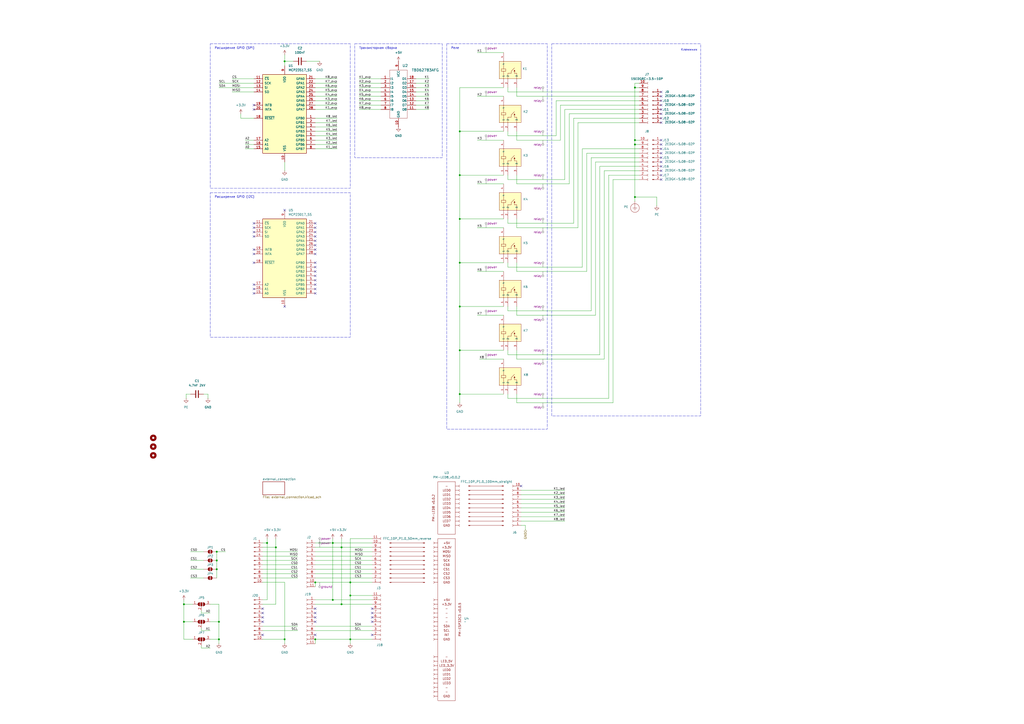
<source format=kicad_sch>
(kicad_sch (version 20250114) (generator "eeschema") (generator_version "9.0")
  (paper "A2")
  (title_block (title "${article} v${version}") (date "2024-05-29") (comment 2 "Konstantin"))
  (rectangle (start 121.92 25.4) (end 203.2 109.22) (stroke (width 0) (type dash)))
  (rectangle (start 121.92 111.76) (end 203.2 195.58) (stroke (width 0) (type dash)))
  (rectangle (start 259.08 25.4) (end 317.5 248.92) (stroke (width 0) (type dash)))
  (rectangle (start 406.4 25.4) (end 320.04 241.3) (stroke (width 0) (type dash)))
  (rectangle (start 205.74 25.4) (end 256.54 91.44) (stroke (width 0) (type dash)))
  (text "Расширение GPIO (SPI)" (at 124.46 27.94 0) (effects (font (size 1.27 1.27)) (justify left)))
  (text "Транзисторная сборка" (at 208.28 27.94 0) (effects (font (size 1.27 1.27)) (justify left)))
  (text "Реле" (at 261.62 27.94 0) (effects (font (size 1.27 1.27)) (justify left)))
  (text "Расширение GPIO (I2C)" (at 124.46 114.3 0) (effects (font (size 1.27 1.27)) (justify left)))
  (text "Клеммник" (at 399.796 28.956 0) (effects (font (size 1.27 1.27))))
  (junction (at 165.1 370.84))
  (junction (at 368.3 83.82))
  (junction (at 266.7 228.6))
  (junction (at 266.7 127))
  (junction (at 182.88 337.82))
  (junction (at 106.68 360.68))
  (junction (at 203.2 370.84))
  (junction (at 165.1 35.56))
  (junction (at 106.68 350.52))
  (junction (at 154.94 314.96))
  (junction (at 127 360.68))
  (junction (at 266.7 203.2))
  (junction (at 198.12 350.52))
  (junction (at 182.88 370.84))
  (junction (at 266.7 152.4))
  (junction (at 127 370.84))
  (junction (at 160.02 317.5))
  (junction (at 125.73 330.2))
  (junction (at 193.04 347.98))
  (junction (at 125.73 320.04))
  (junction (at 193.04 314.96))
  (junction (at 125.73 325.12))
  (junction (at 368.3 50.8))
  (junction (at 203.2 337.82))
  (junction (at 203.2 345.44))
  (junction (at 266.7 177.8))
  (junction (at 198.12 317.5))
  (junction (at 266.7 101.6))
  (junction (at 368.3 81.28))
  (junction (at 368.3 114.3))
  (junction (at 266.7 76.2))
  (no_connect (at 182.88 132.08))
  (no_connect (at 383.54 81.28))
  (no_connect (at 383.54 101.6))
  (no_connect (at 182.88 134.62))
  (no_connect (at 147.32 170.18))
  (no_connect (at 383.54 91.44))
  (no_connect (at 182.88 139.7))
  (no_connect (at 147.32 60.96))
  (no_connect (at 147.32 63.5))
  (no_connect (at 182.88 137.16))
  (no_connect (at 182.88 154.94))
  (no_connect (at 383.54 66.04))
  (no_connect (at 147.32 134.62))
  (no_connect (at 165.1 121.92))
  (no_connect (at 147.32 137.16))
  (no_connect (at 215.9 368.3))
  (no_connect (at 383.54 93.98))
  (no_connect (at 215.9 358.14))
  (no_connect (at 152.4 353.06))
  (no_connect (at 147.32 167.64))
  (no_connect (at 152.4 368.3))
  (no_connect (at 152.4 358.14))
  (no_connect (at 147.32 147.32))
  (no_connect (at 215.9 360.68))
  (no_connect (at 152.4 355.6))
  (no_connect (at 182.88 160.02))
  (no_connect (at 182.88 170.18))
  (no_connect (at 182.88 152.4))
  (no_connect (at 152.4 360.68))
  (no_connect (at 383.54 104.14))
  (no_connect (at 182.88 355.6))
  (no_connect (at 147.32 152.4))
  (no_connect (at 182.88 358.14))
  (no_connect (at 182.88 129.54))
  (no_connect (at 302.26 281.94))
  (no_connect (at 383.54 63.5))
  (no_connect (at 383.54 86.36))
  (no_connect (at 383.54 99.06))
  (no_connect (at 215.9 355.6))
  (no_connect (at 383.54 88.9))
  (no_connect (at 383.54 60.96))
  (no_connect (at 182.88 162.56))
  (no_connect (at 383.54 71.12))
  (no_connect (at 182.88 147.32))
  (no_connect (at 182.88 360.68))
  (no_connect (at 383.54 55.88))
  (no_connect (at 182.88 368.3))
  (no_connect (at 182.88 144.78))
  (no_connect (at 182.88 142.24))
  (no_connect (at 182.88 167.64))
  (no_connect (at 147.32 129.54))
  (no_connect (at 182.88 353.06))
  (no_connect (at 165.1 177.8))
  (no_connect (at 147.32 144.78))
  (no_connect (at 182.88 157.48))
  (no_connect (at 215.9 353.06))
  (no_connect (at 383.54 58.42))
  (no_connect (at 182.88 165.1))
  (no_connect (at 147.32 132.08))
  (no_connect (at 383.54 83.82))
  (no_connect (at 147.32 165.1))
  (no_connect (at 383.54 96.52))
  (no_connect (at 383.54 53.34))
  (no_connect (at 383.54 68.58))
  (wire (pts (xy 198.12 317.5) (xy 198.12 350.52)))
  (wire (pts (xy 208.28 60.96) (xy 220.98 60.96)))
  (wire (pts (xy 294.64 104.14) (xy 327.66 104.14)))
  (wire (pts (xy 152.4 325.12) (xy 172.72 325.12)))
  (wire (pts (xy 292.1 228.6) (xy 266.7 228.6)))
  (wire (pts (xy 111.76 370.84) (xy 106.68 370.84)))
  (wire (pts (xy 203.2 345.44) (xy 203.2 370.84)))
  (wire (pts (xy 208.28 50.8) (xy 220.98 50.8)))
  (wire (pts (xy 195.58 63.5) (xy 182.88 63.5)))
  (wire (pts (xy 116.84 365.76) (xy 116.84 364.49)))
  (wire (pts (xy 195.58 53.34) (xy 182.88 53.34)))
  (wire (pts (xy 152.4 335.28) (xy 172.72 335.28)))
  (wire (pts (xy 248.92 58.42) (xy 241.3 58.42)))
  (wire (pts (xy 294.64 129.54) (xy 294.64 127)))
  (wire (pts (xy 208.28 48.26) (xy 220.98 48.26)))
  (wire (pts (xy 182.88 325.12) (xy 215.9 325.12)))
  (wire (pts (xy 350.52 99.06) (xy 370.84 99.06)))
  (wire (pts (xy 330.2 106.68) (xy 299.72 106.68)))
  (wire (pts (xy 208.28 55.88) (xy 220.98 55.88)))
  (wire (pts (xy 381 114.3) (xy 368.3 114.3)))
  (wire (pts (xy 302.26 299.72) (xy 327.66 299.72)))
  (wire (pts (xy 121.92 375.92) (xy 116.84 375.92)))
  (wire (pts (xy 381 119.38) (xy 381 114.3)))
  (wire (pts (xy 120.65 231.14) (xy 120.65 228.6)))
  (wire (pts (xy 370.84 63.5) (xy 327.66 63.5)))
  (wire (pts (xy 195.58 48.26) (xy 182.88 48.26)))
  (wire (pts (xy 292.1 81.28) (xy 276.86 81.28)))
  (wire (pts (xy 294.64 53.34) (xy 370.84 53.34)))
  (wire (pts (xy 327.66 104.14) (xy 327.66 63.5)))
  (wire (pts (xy 106.68 347.98) (xy 106.68 350.52)))
  (wire (pts (xy 134.62 45.72) (xy 147.32 45.72)))
  (wire (pts (xy 302.26 289.56) (xy 327.66 289.56)))
  (wire (pts (xy 165.1 35.56) (xy 170.18 35.56)))
  (wire (pts (xy 121.92 355.6) (xy 116.84 355.6)))
  (wire (pts (xy 266.7 76.2) (xy 266.7 101.6)))
  (wire (pts (xy 340.36 157.48) (xy 299.72 157.48)))
  (wire (pts (xy 195.58 68.58) (xy 182.88 68.58)))
  (wire (pts (xy 294.64 205.74) (xy 294.64 203.2)))
  (wire (pts (xy 152.4 350.52) (xy 160.02 350.52)))
  (wire (pts (xy 302.26 302.26) (xy 327.66 302.26)))
  (wire (pts (xy 266.7 127) (xy 266.7 152.4)))
  (wire (pts (xy 368.3 83.82) (xy 370.84 83.82)))
  (wire (pts (xy 142.24 81.28) (xy 147.32 81.28)))
  (wire (pts (xy 370.84 48.26) (xy 368.3 48.26)))
  (wire (pts (xy 342.9 91.44) (xy 370.84 91.44)))
  (wire (pts (xy 110.49 325.12) (xy 118.11 325.12)))
  (wire (pts (xy 116.84 375.92) (xy 116.84 374.65)))
  (wire (pts (xy 127 48.26) (xy 147.32 48.26)))
  (wire (pts (xy 322.58 58.42) (xy 322.58 78.74)))
  (wire (pts (xy 154.94 312.42) (xy 154.94 314.96)))
  (wire (pts (xy 152.4 314.96) (xy 154.94 314.96)))
  (wire (pts (xy 177.8 35.56) (xy 185.42 35.56)))
  (wire (pts (xy 165.1 93.98) (xy 165.1 99.06)))
  (wire (pts (xy 182.88 317.5) (xy 198.12 317.5)))
  (wire (pts (xy 292.1 30.48) (xy 276.86 30.48)))
  (wire (pts (xy 335.28 132.08) (xy 299.72 132.08)))
  (wire (pts (xy 335.28 71.12) (xy 335.28 132.08)))
  (wire (pts (xy 294.64 231.14) (xy 353.06 231.14)))
  (wire (pts (xy 302.26 297.18) (xy 327.66 297.18)))
  (wire (pts (xy 294.64 180.34) (xy 342.9 180.34)))
  (wire (pts (xy 248.92 60.96) (xy 241.3 60.96)))
  (wire (pts (xy 368.3 50.8) (xy 368.3 81.28)))
  (wire (pts (xy 121.92 350.52) (xy 127 350.52)))
  (wire (pts (xy 152.4 370.84) (xy 165.1 370.84)))
  (wire (pts (xy 110.49 228.6) (xy 107.95 228.6)))
  (wire (pts (xy 203.2 312.42) (xy 203.2 337.82)))
  (wire (pts (xy 121.92 360.68) (xy 127 360.68)))
  (wire (pts (xy 106.68 350.52) (xy 111.76 350.52)))
  (wire (pts (xy 160.02 312.42) (xy 160.02 317.5)))
  (wire (pts (xy 182.88 363.22) (xy 215.9 363.22)))
  (wire (pts (xy 368.3 81.28) (xy 368.3 83.82)))
  (wire (pts (xy 165.1 337.82) (xy 165.1 370.84)))
  (wire (pts (xy 355.6 233.68) (xy 355.6 104.14)))
  (wire (pts (xy 266.7 177.8) (xy 266.7 203.2)))
  (wire (pts (xy 266.7 228.6) (xy 266.7 233.68)))
  (wire (pts (xy 266.7 101.6) (xy 292.1 101.6)))
  (wire (pts (xy 139.7 66.04) (xy 139.7 68.58)))
  (wire (pts (xy 294.64 101.6) (xy 294.64 104.14)))
  (wire (pts (xy 127 360.68) (xy 127 370.84)))
  (wire (pts (xy 182.88 365.76) (xy 215.9 365.76)))
  (wire (pts (xy 266.7 101.6) (xy 266.7 127)))
  (wire (pts (xy 182.88 335.28) (xy 215.9 335.28)))
  (wire (pts (xy 345.44 182.88) (xy 299.72 182.88)))
  (wire (pts (xy 127 50.8) (xy 147.32 50.8)))
  (wire (pts (xy 368.3 83.82) (xy 368.3 114.3)))
  (wire (pts (xy 299.72 208.28) (xy 299.72 203.2)))
  (wire (pts (xy 195.58 50.8) (xy 182.88 50.8)))
  (wire (pts (xy 292.1 106.68) (xy 276.86 106.68)))
  (wire (pts (xy 347.98 96.52) (xy 347.98 205.74)))
  (wire (pts (xy 195.58 45.72) (xy 182.88 45.72)))
  (wire (pts (xy 152.4 320.04) (xy 172.72 320.04)))
  (wire (pts (xy 195.58 71.12) (xy 182.88 71.12)))
  (wire (pts (xy 195.58 60.96) (xy 182.88 60.96)))
  (wire (pts (xy 292.1 208.28) (xy 278.13 208.28)))
  (wire (pts (xy 195.58 81.28) (xy 182.88 81.28)))
  (wire (pts (xy 266.7 152.4) (xy 292.1 152.4)))
  (wire (pts (xy 154.94 314.96) (xy 154.94 347.98)))
  (wire (pts (xy 299.72 157.48) (xy 299.72 152.4)))
  (wire (pts (xy 195.58 83.82) (xy 182.88 83.82)))
  (wire (pts (xy 325.12 60.96) (xy 325.12 81.28)))
  (wire (pts (xy 370.84 68.58) (xy 332.74 68.58)))
  (wire (pts (xy 152.4 317.5) (xy 160.02 317.5)))
  (wire (pts (xy 294.64 180.34) (xy 294.64 177.8)))
  (wire (pts (xy 353.06 231.14) (xy 353.06 101.6)))
  (wire (pts (xy 304.8 307.34) (xy 304.8 304.8)))
  (wire (pts (xy 139.7 68.58) (xy 147.32 68.58)))
  (wire (pts (xy 193.04 312.42) (xy 193.04 314.96)))
  (wire (pts (xy 355.6 233.68) (xy 299.72 233.68)))
  (wire (pts (xy 294.64 154.94) (xy 337.82 154.94)))
  (wire (pts (xy 248.92 63.5) (xy 241.3 63.5)))
  (wire (pts (xy 370.84 50.8) (xy 368.3 50.8)))
  (wire (pts (xy 182.88 327.66) (xy 215.9 327.66)))
  (wire (pts (xy 111.76 360.68) (xy 106.68 360.68)))
  (wire (pts (xy 332.74 129.54) (xy 332.74 68.58)))
  (wire (pts (xy 152.4 363.22) (xy 172.72 363.22)))
  (wire (pts (xy 142.24 83.82) (xy 147.32 83.82)))
  (wire (pts (xy 116.84 355.6) (xy 116.84 354.33)))
  (wire (pts (xy 299.72 55.88) (xy 299.72 50.8)))
  (wire (pts (xy 208.28 45.72) (xy 220.98 45.72)))
  (wire (pts (xy 208.28 58.42) (xy 220.98 58.42)))
  (wire (pts (xy 107.95 228.6) (xy 107.95 231.14)))
  (wire (pts (xy 302.26 287.02) (xy 327.66 287.02)))
  (wire (pts (xy 345.44 93.98) (xy 370.84 93.98)))
  (wire (pts (xy 165.1 31.75) (xy 165.1 35.56)))
  (wire (pts (xy 152.4 330.2) (xy 172.72 330.2)))
  (wire (pts (xy 195.58 58.42) (xy 182.88 58.42)))
  (wire (pts (xy 347.98 96.52) (xy 370.84 96.52)))
  (wire (pts (xy 292.1 50.8) (xy 266.7 50.8)))
  (wire (pts (xy 208.28 53.34) (xy 220.98 53.34)))
  (wire (pts (xy 182.88 332.74) (xy 215.9 332.74)))
  (wire (pts (xy 152.4 322.58) (xy 172.72 322.58)))
  (wire (pts (xy 203.2 345.44) (xy 215.9 345.44)))
  (wire (pts (xy 193.04 314.96) (xy 215.9 314.96)))
  (wire (pts (xy 182.88 320.04) (xy 215.9 320.04)))
  (wire (pts (xy 368.3 114.3) (xy 368.3 116.84)))
  (wire (pts (xy 125.73 330.2) (xy 125.73 335.28)))
  (wire (pts (xy 182.88 370.84) (xy 182.88 373.38)))
  (wire (pts (xy 330.2 66.04) (xy 330.2 106.68)))
  (wire (pts (xy 340.36 88.9) (xy 370.84 88.9)))
  (wire (pts (xy 342.9 91.44) (xy 342.9 180.34)))
  (wire (pts (xy 134.62 53.34) (xy 147.32 53.34)))
  (wire (pts (xy 302.26 284.48) (xy 327.66 284.48)))
  (wire (pts (xy 106.68 370.84) (xy 106.68 360.68)))
  (wire (pts (xy 165.1 370.84) (xy 165.1 373.38)))
  (wire (pts (xy 195.58 76.2) (xy 182.88 76.2)))
  (wire (pts (xy 152.4 365.76) (xy 172.72 365.76)))
  (wire (pts (xy 182.88 330.2) (xy 215.9 330.2)))
  (wire (pts (xy 110.49 335.28) (xy 118.11 335.28)))
  (wire (pts (xy 299.72 55.88) (xy 370.84 55.88)))
  (wire (pts (xy 152.4 337.82) (xy 165.1 337.82)))
  (wire (pts (xy 266.7 152.4) (xy 266.7 177.8)))
  (wire (pts (xy 106.68 360.68) (xy 106.68 350.52)))
  (wire (pts (xy 120.65 228.6) (xy 118.11 228.6)))
  (wire (pts (xy 127 350.52) (xy 127 360.68)))
  (wire (pts (xy 325.12 81.28) (xy 299.72 81.28)))
  (wire (pts (xy 292.1 55.88) (xy 276.86 55.88)))
  (wire (pts (xy 248.92 53.34) (xy 241.3 53.34)))
  (wire (pts (xy 266.7 203.2) (xy 292.1 203.2)))
  (wire (pts (xy 152.4 327.66) (xy 172.72 327.66)))
  (wire (pts (xy 294.64 50.8) (xy 294.64 53.34)))
  (wire (pts (xy 370.84 60.96) (xy 325.12 60.96)))
  (wire (pts (xy 299.72 106.68) (xy 299.72 101.6)))
  (wire (pts (xy 208.28 63.5) (xy 220.98 63.5)))
  (wire (pts (xy 299.72 233.68) (xy 299.72 228.6)))
  (wire (pts (xy 125.73 320.04) (xy 130.81 320.04)))
  (wire (pts (xy 248.92 55.88) (xy 241.3 55.88)))
  (wire (pts (xy 182.88 314.96) (xy 193.04 314.96)))
  (wire (pts (xy 125.73 320.04) (xy 125.73 325.12)))
  (wire (pts (xy 198.12 312.42) (xy 198.12 317.5)))
  (wire (pts (xy 182.88 337.82) (xy 203.2 337.82)))
  (wire (pts (xy 302.26 294.64) (xy 327.66 294.64)))
  (wire (pts (xy 266.7 177.8) (xy 292.1 177.8)))
  (wire (pts (xy 337.82 154.94) (xy 337.82 86.36)))
  (wire (pts (xy 299.72 81.28) (xy 299.72 76.2)))
  (wire (pts (xy 340.36 88.9) (xy 340.36 157.48)))
  (wire (pts (xy 121.92 365.76) (xy 116.84 365.76)))
  (wire (pts (xy 337.82 86.36) (xy 370.84 86.36)))
  (wire (pts (xy 299.72 182.88) (xy 299.72 177.8)))
  (wire (pts (xy 195.58 73.66) (xy 182.88 73.66)))
  (wire (pts (xy 294.64 205.74) (xy 347.98 205.74)))
  (wire (pts (xy 195.58 78.74) (xy 182.88 78.74)))
  (wire (pts (xy 350.52 208.28) (xy 299.72 208.28)))
  (wire (pts (xy 152.4 332.74) (xy 172.72 332.74)))
  (wire (pts (xy 299.72 132.08) (xy 299.72 127)))
  (wire (pts (xy 292.1 157.48) (xy 276.86 157.48)))
  (wire (pts (xy 370.84 71.12) (xy 335.28 71.12)))
  (wire (pts (xy 182.88 350.52) (xy 198.12 350.52)))
  (wire (pts (xy 203.2 370.84) (xy 215.9 370.84)))
  (wire (pts (xy 370.84 101.6) (xy 353.06 101.6)))
  (wire (pts (xy 248.92 45.72) (xy 241.3 45.72)))
  (wire (pts (xy 193.04 314.96) (xy 193.04 347.98)))
  (wire (pts (xy 370.84 104.14) (xy 355.6 104.14)))
  (wire (pts (xy 266.7 50.8) (xy 266.7 76.2)))
  (wire (pts (xy 294.64 76.2) (xy 294.64 78.74)))
  (wire (pts (xy 294.64 78.74) (xy 322.58 78.74)))
  (wire (pts (xy 198.12 350.52) (xy 215.9 350.52)))
  (wire (pts (xy 248.92 48.26) (xy 241.3 48.26)))
  (wire (pts (xy 203.2 312.42) (xy 215.9 312.42)))
  (wire (pts (xy 182.88 347.98) (xy 193.04 347.98)))
  (wire (pts (xy 195.58 86.36) (xy 182.88 86.36)))
  (wire (pts (xy 292.1 76.2) (xy 266.7 76.2)))
  (wire (pts (xy 182.88 370.84) (xy 203.2 370.84)))
  (wire (pts (xy 294.64 129.54) (xy 332.74 129.54)))
  (wire (pts (xy 292.1 132.08) (xy 276.86 132.08)))
  (wire (pts (xy 370.84 81.28) (xy 368.3 81.28)))
  (wire (pts (xy 304.8 304.8) (xy 302.26 304.8)))
  (wire (pts (xy 142.24 86.36) (xy 147.32 86.36)))
  (wire (pts (xy 266.7 203.2) (xy 266.7 228.6)))
  (wire (pts (xy 203.2 373.38) (xy 203.2 370.84)))
  (wire (pts (xy 152.4 347.98) (xy 154.94 347.98)))
  (wire (pts (xy 195.58 55.88) (xy 182.88 55.88)))
  (wire (pts (xy 165.1 35.56) (xy 165.1 38.1)))
  (wire (pts (xy 350.52 208.28) (xy 350.52 99.06)))
  (wire (pts (xy 302.26 292.1) (xy 327.66 292.1)))
  (wire (pts (xy 203.2 337.82) (xy 203.2 345.44)))
  (wire (pts (xy 110.49 330.2) (xy 118.11 330.2)))
  (wire (pts (xy 125.73 325.12) (xy 125.73 330.2)))
  (wire (pts (xy 193.04 347.98) (xy 215.9 347.98)))
  (wire (pts (xy 160.02 317.5) (xy 160.02 350.52)))
  (wire (pts (xy 294.64 152.4) (xy 294.64 154.94)))
  (wire (pts (xy 182.88 337.82) (xy 182.88 340.36)))
  (wire (pts (xy 248.92 50.8) (xy 241.3 50.8)))
  (wire (pts (xy 370.84 66.04) (xy 330.2 66.04)))
  (wire (pts (xy 198.12 317.5) (xy 215.9 317.5)))
  (wire (pts (xy 292.1 182.88) (xy 276.86 182.88)))
  (wire (pts (xy 203.2 337.82) (xy 215.9 337.82)))
  (wire (pts (xy 322.58 58.42) (xy 370.84 58.42)))
  (wire (pts (xy 110.49 320.04) (xy 118.11 320.04)))
  (wire (pts (xy 345.44 182.88) (xy 345.44 93.98)))
  (wire (pts (xy 121.92 370.84) (xy 127 370.84)))
  (wire (pts (xy 182.88 322.58) (xy 215.9 322.58)))
  (wire (pts (xy 266.7 127) (xy 292.1 127)))
  (wire (pts (xy 294.64 231.14) (xy 294.64 228.6)))
  (wire (pts (xy 368.3 48.26) (xy 368.3 50.8)))
  (wire (pts (xy 127 370.84) (xy 127 373.38)))
  (label "K8_led" (at 195.58 68.58 180))
  (label "MISO" (at 172.72 322.58 180))
  (label "K4" (at 248.92 53.34 180))
  (label "CS1" (at 205.74 330.2 0))
  (label "CS2" (at 205.74 332.74 0))
  (label "K6_exp" (at 195.58 50.8 180))
  (label "CS3" (at 110.49 335.28 0))
  (label "MISO" (at 134.62 53.34 0))
  (label "SCK" (at 172.72 325.12 180))
  (label "K7_exp" (at 208.28 60.96 0))
  (label "K6_led" (at 327.66 297.18 180))
  (label "K5_exp" (at 195.58 53.34 180))
  (label "K2_exp" (at 208.28 48.26 0))
  (label "SCL" (at 127 48.26 0))
  (label "K5_exp" (at 208.28 55.88 0))
  (label "A1" (at 142.24 83.82 0))
  (label "K2_exp" (at 195.58 60.96 180))
  (label "MOSI" (at 172.72 320.04 180))
  (label "CS3" (at 205.74 335.28 0))
  (label "K2" (at 276.86 55.88 0))
  (label "A2" (at 121.92 375.92 180))
  (label "K1_exp" (at 208.28 45.72 0))
  (label "K3" (at 248.92 50.8 180))
  (label "K8_exp" (at 208.28 63.5 0))
  (label "K7_led" (at 327.66 299.72 180))
  (label "A0" (at 142.24 86.36 0))
  (label "K1_led" (at 195.58 86.36 180))
  (label "K4" (at 276.86 106.68 0))
  (label "K3" (at 276.86 81.28 0))
  (label "K8" (at 248.92 63.5 180))
  (label "K1_led" (at 327.66 284.48 180))
  (label "K1" (at 248.92 45.72 180))
  (label "CS0" (at 172.72 327.66 180))
  (label "K4_exp" (at 208.28 53.34 0))
  (label "K5_led" (at 195.58 76.2 180))
  (label "A1" (at 121.92 365.76 180))
  (label "K7" (at 248.92 60.96 180))
  (label "SCK" (at 205.74 325.12 0))
  (label "CS0" (at 110.49 320.04 0))
  (label "CS2" (at 172.72 332.74 180))
  (label "K2_led" (at 195.58 83.82 180))
  (label "K2" (at 248.92 48.26 180))
  (label "SDA" (at 172.72 363.22 180))
  (label "K3_exp" (at 208.28 50.8 0))
  (label "CS" (at 130.81 320.04 180))
  (label "SCL" (at 172.72 365.76 180))
  (label "K4_led" (at 327.66 292.1 180))
  (label "K7_exp" (at 195.58 48.26 180))
  (label "K2_led" (at 327.66 287.02 180))
  (label "MISO" (at 205.74 322.58 0))
  (label "SDA" (at 127 50.8 0))
  (label "K8" (at 278.13 208.28 0))
  (label "K8_led" (at 327.66 302.26 180))
  (label "CS1" (at 110.49 325.12 0))
  (label "K4_exp" (at 195.58 55.88 180))
  (label "CS3" (at 172.72 335.28 180))
  (label "K6_exp" (at 208.28 58.42 0))
  (label "K5_led" (at 327.66 294.64 180))
  (label "K3_exp" (at 195.58 58.42 180))
  (label "K1_exp" (at 195.58 63.5 180))
  (label "SCK" (at 134.62 48.26 0))
  (label "SCL" (at 205.74 365.76 0))
  (label "MOSI" (at 205.74 320.04 0))
  (label "CS2" (at 110.49 330.2 0))
  (label "K3_led" (at 195.58 81.28 180))
  (label "CS0" (at 205.74 327.66 0))
  (label "K6" (at 248.92 58.42 180))
  (label "K6" (at 276.86 157.48 0))
  (label "K1" (at 276.86 30.48 0))
  (label "CS1" (at 172.72 330.2 180))
  (label "A2" (at 142.24 81.28 0))
  (label "K3_led" (at 327.66 289.56 180))
  (label "K7_led" (at 195.58 71.12 180))
  (label "K6_led" (at 195.58 73.66 180))
  (label "K5" (at 276.86 132.08 0))
  (label "SDA" (at 205.74 363.22 0))
  (label "CS" (at 134.62 45.72 0))
  (label "K7" (at 276.86 182.88 0))
  (label "MOSI" (at 134.62 50.8 0))
  (label "A0" (at 121.92 355.6 180))
  (label "K5" (at 248.92 55.88 180))
  (label "K4_led" (at 195.58 78.74 180))
  (label "K8_exp" (at 195.58 45.72 180))
  (hierarchical_label "GND" (shape input) (at 304.8 307.34 270))
  (netclass_flag "" (length 2.54) (shape round) (at 281.94 55.88 0) (property "Netclass" "power" (at 282.6385 53.34 0) (effects (font (italic yes)) (justify left))))
  (netclass_flag "" (length 2.54) (shape round) (at 314.96 157.48 180) (property "Netclass" "relay" (at 314.2615 160.02 0) (effects (font (italic yes)) (justify right))))
  (netclass_flag "" (length 2.54) (shape round) (at 185.42 314.96 0) (property "Netclass" "power" (at 186.1185 312.42 0) (effects (font (italic yes)) (justify left))))
  (netclass_flag "" (length 2.54) (shape round) (at 185.42 317.5 0) (property "Netclass" "power" (at 186.1185 314.96 0) (effects (font (italic yes)) (justify left))))
  (netclass_flag "" (length 2.54) (shape round) (at 314.96 154.94 0) (property "Netclass" "relay" (at 314.2615 152.4 0) (effects (font (italic yes)) (justify right))))
  (netclass_flag "" (length 2.54) (shape round) (at 281.94 132.08 0) (property "Netclass" "power" (at 282.6385 129.54 0) (effects (font (italic yes)) (justify left))))
  (netclass_flag "" (length 2.54) (shape round) (at 281.94 157.48 0) (property "Netclass" "power" (at 282.6385 154.94 0) (effects (font (italic yes)) (justify left))))
  (netclass_flag "" (length 2.54) (shape round) (at 314.96 53.34 0) (property "Netclass" "relay" (at 314.2615 50.8 0) (effects (font (italic yes)) (justify right))))
  (netclass_flag "" (length 2.54) (shape round) (at 314.96 55.88 180) (property "Netclass" "relay" (at 314.2615 58.42 0) (effects (font (italic yes)) (justify right))))
  (netclass_flag "" (length 2.54) (shape round) (at 185.42 337.82 180) (property "Netclass" "ground" (at 186.1185 340.36 0) (effects (font (italic yes)) (justify left))))
  (netclass_flag "" (length 2.54) (shape round) (at 281.94 30.48 0) (property "Netclass" "power" (at 282.6385 27.94 0) (effects (font (italic yes)) (justify left))))
  (netclass_flag "" (length 2.54) (shape round) (at 314.96 205.74 0) (property "Netclass" "relay" (at 314.2615 203.2 0) (effects (font (italic yes)) (justify right))))
  (netclass_flag "" (length 2.54) (shape round) (at 314.96 180.34 0) (property "Netclass" "relay" (at 314.2615 177.8 0) (effects (font (italic yes)) (justify right))))
  (netclass_flag "" (length 2.54) (shape round) (at 314.96 208.28 180) (property "Netclass" "relay" (at 314.2615 210.82 0) (effects (font (italic yes)) (justify right))))
  (netclass_flag "" (length 2.54) (shape round) (at 314.96 78.74 0) (property "Netclass" "relay" (at 314.2615 76.2 0) (effects (font (italic yes)) (justify right))))
  (netclass_flag "" (length 2.54) (shape round) (at 281.94 182.88 0) (property "Netclass" "power" (at 282.6385 180.34 0) (effects (font (italic yes)) (justify left))))
  (netclass_flag "" (length 2.54) (shape round) (at 314.96 132.08 180) (property "Netclass" "relay" (at 314.2615 134.62 0) (effects (font (italic yes)) (justify right))))
  (netclass_flag "" (length 2.54) (shape round) (at 314.96 231.14 0) (property "Netclass" "relay" (at 314.2615 228.6 0) (effects (font (italic yes)) (justify right))))
  (netclass_flag "" (length 2.54) (shape round) (at 281.94 208.28 0) (property "Netclass" "power" (at 282.6385 205.74 0) (effects (font (italic yes)) (justify left))))
  (netclass_flag "" (length 2.54) (shape round) (at 281.94 81.28 0) (property "Netclass" "power" (at 282.6385 78.74 0) (effects (font (italic yes)) (justify left))))
  (netclass_flag "" (length 2.54) (shape round) (at 314.96 104.14 0) (property "Netclass" "relay" (at 314.2615 101.6 0) (effects (font (italic yes)) (justify right))))
  (netclass_flag "" (length 2.54) (shape round) (at 314.96 106.68 180) (property "Netclass" "relay" (at 314.2615 109.22 0) (effects (font (italic yes)) (justify right))))
  (netclass_flag "" (length 2.54) (shape round) (at 314.96 182.88 180) (property "Netclass" "relay" (at 314.2615 185.42 0) (effects (font (italic yes)) (justify right))))
  (netclass_flag "" (length 2.54) (shape round) (at 314.96 129.54 0) (property "Netclass" "relay" (at 314.2615 127 0) (effects (font (italic yes)) (justify right))))
  (netclass_flag "" (length 2.54) (shape round) (at 314.96 233.68 180) (property "Netclass" "relay" (at 314.2615 236.22 0) (effects (font (italic yes)) (justify right))))
  (netclass_flag "" (length 2.54) (shape round) (at 314.96 81.28 180) (property "Netclass" "relay" (at 314.2615 83.82 0) (effects (font (italic yes)) (justify right))))
  (netclass_flag "" (length 2.54) (shape round) (at 281.94 106.68 0) (property "Netclass" "power" (at 282.6385 104.14 0) (effects (font (italic yes)) (justify left))))
  (symbol (lib_id "kicad_inventree_lib:PE") (at 368.3 116.84 0) (mirror y) (unit 1) (in_bom no)
    (property "Reference" "PE1" (effects (hide yes)))
    (property "Value" "PE" (at 364.49 120.0149 0) (effects (justify left)))
    (property "Footprint" "kicad_inventree_lib:PE" (effects (hide yes)))
    (property "Description" "Power symbol creates a global label with name \"Earth_Protective\"" (effects (hide yes)))
  )
  (symbol (lib_id "kicad_inventree_lib:MountingHole_M3") (at 88.9 259.08 0) (unit 1) (exclude_from_sim yes) (in_bom no)
    (property "Reference" "H2" (effects (hide yes)))
    (property "Value" "MountingHole_M3" (effects (hide yes)))
    (property "Footprint" "kicad_inventree_lib:MountingHole_M3" (effects (hide yes)))
    (property "Description" "Mounting Hole without connection" (effects (hide yes)))
  )
  (symbol (lib_id "kicad_inventree_lib:G5NB-1A-E-DC5") (at 292.1 154.94 90) (unit 1)
    (property "Reference" "K5" (at 303.53 140.9699 90) (effects (justify right)))
    (property "Value" "G5NB-1A-E-DC5" (effects (hide yes)))
    (property "Footprint" "kicad_inventree_lib:G5NB-1A-E_DC12_RELAY_G5NB-1A_DC5_OMR" (effects (hide yes)))
    (property "Datasheet" "http://inventree.network/part/14/" (effects (hide yes)))
    (property "MF" "Omron Electronics Inc-EMC Div" (effects (hide yes)))
    (property "Description_1" "\nPower PCB Relay, 3A/5A, SPST-NO, 12 VDC, G5NB Series | Omron Electronic Components G5NB-1A-E DC12\n" (effects (hide yes)))
    (property "COPYRIGHT" "Copyright (C) 2023 Ultra Librarian. All rights reserved." (effects (hide yes)))
    (property "Package" "None" (effects (hide yes)))
    (property "Price" "None" (effects (hide yes)))
    (property "Check_prices" "https://www.snapeda.com/parts/G5NB-1A-E%20DC12/Omron+Electronics+Inc-EMC+Div/view-part/?ref=eda" (effects (hide yes)))
    (property "Availability" "In Stock" (effects (hide yes)))
    (property "SnapEDA_Link" "https://www.snapeda.com/parts/G5NB-1A-E%20DC12/Omron+Electronics+Inc-EMC+Div/view-part/?ref=snap" (effects (hide yes)))
    (property "MP" "G5NB-1A-E DC12" (effects (hide yes)))
    (property "Purchase-URL" "https://www.snapeda.com/api/url_track_click_mouser/?unipart_id=3078279&manufacturer=Omron Electronics Inc-EMC Div&part_name=G5NB-1A-E DC12&search_term=g5nb" (effects (hide yes)))
    (property "MFR_NAME" "Omron" (effects (hide yes)))
    (property "MANUFACTURER_PART_NUMBER" "G5NB-1A-E DC12" (effects (hide yes)))
    (property "NextPCB_url" "https://www.hqonline.com/product-detail/oumulong-omron--g5nb-1a-e-5vdc-1025587015" (effects (hide yes)))
    (property "NextPCB_price" "0.88519" (effects (hide yes)))
    (property "part_ipn" "G5NB-1A-E-DC5" (effects (hide yes)))
  )
  (symbol (lib_id "kicad_inventree_lib:G5NB-1A-E-DC5") (at 292.1 104.14 90) (unit 1)
    (property "Reference" "K3" (at 303.53 90.1699 90) (effects (justify right)))
    (property "Value" "G5NB-1A-E-DC5" (effects (hide yes)))
    (property "Footprint" "kicad_inventree_lib:G5NB-1A-E_DC12_RELAY_G5NB-1A_DC5_OMR" (effects (hide yes)))
    (property "Datasheet" "http://inventree.network/part/14/" (effects (hide yes)))
    (property "MF" "Omron Electronics Inc-EMC Div" (effects (hide yes)))
    (property "Description_1" "\nPower PCB Relay, 3A/5A, SPST-NO, 12 VDC, G5NB Series | Omron Electronic Components G5NB-1A-E DC12\n" (effects (hide yes)))
    (property "COPYRIGHT" "Copyright (C) 2023 Ultra Librarian. All rights reserved." (effects (hide yes)))
    (property "Package" "None" (effects (hide yes)))
    (property "Price" "None" (effects (hide yes)))
    (property "Check_prices" "https://www.snapeda.com/parts/G5NB-1A-E%20DC12/Omron+Electronics+Inc-EMC+Div/view-part/?ref=eda" (effects (hide yes)))
    (property "Availability" "In Stock" (effects (hide yes)))
    (property "SnapEDA_Link" "https://www.snapeda.com/parts/G5NB-1A-E%20DC12/Omron+Electronics+Inc-EMC+Div/view-part/?ref=snap" (effects (hide yes)))
    (property "MP" "G5NB-1A-E DC12" (effects (hide yes)))
    (property "Purchase-URL" "https://www.snapeda.com/api/url_track_click_mouser/?unipart_id=3078279&manufacturer=Omron Electronics Inc-EMC Div&part_name=G5NB-1A-E DC12&search_term=g5nb" (effects (hide yes)))
    (property "MFR_NAME" "Omron" (effects (hide yes)))
    (property "MANUFACTURER_PART_NUMBER" "G5NB-1A-E DC12" (effects (hide yes)))
    (property "NextPCB_url" "https://www.hqonline.com/product-detail/oumulong-omron--g5nb-1a-e-5vdc-1025587015" (effects (hide yes)))
    (property "NextPCB_price" "0.88519" (effects (hide yes)))
    (property "part_ipn" "G5NB-1A-E-DC5" (effects (hide yes)))
  )
  (symbol (lib_id "kicad_inventree_lib:G5NB-1A-E-DC5") (at 292.1 231.14 90) (unit 1)
    (property "Reference" "K8" (at 305.054 217.424 90))
    (property "Value" "G5NB-1A-E-DC5" (effects (hide yes)))
    (property "Footprint" "kicad_inventree_lib:G5NB-1A-E_DC12_RELAY_G5NB-1A_DC5_OMR" (effects (hide yes)))
    (property "Datasheet" "http://inventree.network/part/14/" (effects (hide yes)))
    (property "MF" "Omron Electronics Inc-EMC Div" (effects (hide yes)))
    (property "Description_1" "\nPower PCB Relay, 3A/5A, SPST-NO, 12 VDC, G5NB Series | Omron Electronic Components G5NB-1A-E DC12\n" (effects (hide yes)))
    (property "COPYRIGHT" "Copyright (C) 2023 Ultra Librarian. All rights reserved." (effects (hide yes)))
    (property "Package" "None" (effects (hide yes)))
    (property "Price" "None" (effects (hide yes)))
    (property "Check_prices" "https://www.snapeda.com/parts/G5NB-1A-E%20DC12/Omron+Electronics+Inc-EMC+Div/view-part/?ref=eda" (effects (hide yes)))
    (property "Availability" "In Stock" (effects (hide yes)))
    (property "SnapEDA_Link" "https://www.snapeda.com/parts/G5NB-1A-E%20DC12/Omron+Electronics+Inc-EMC+Div/view-part/?ref=snap" (effects (hide yes)))
    (property "MP" "G5NB-1A-E DC12" (effects (hide yes)))
    (property "Purchase-URL" "https://www.snapeda.com/api/url_track_click_mouser/?unipart_id=3078279&manufacturer=Omron Electronics Inc-EMC Div&part_name=G5NB-1A-E DC12&search_term=g5nb" (effects (hide yes)))
    (property "MFR_NAME" "Omron" (effects (hide yes)))
    (property "MANUFACTURER_PART_NUMBER" "G5NB-1A-E DC12" (effects (hide yes)))
    (property "NextPCB_url" "https://www.hqonline.com/product-detail/oumulong-omron--g5nb-1a-e-5vdc-1025587015" (effects (hide yes)))
    (property "NextPCB_price" "0.88519" (effects (hide yes)))
    (property "part_ipn" "G5NB-1A-E-DC5" (effects (hide yes)))
  )
  (symbol (lib_id "power:GND") (at 165.1 373.38 0) (unit 1)
    (property "Reference" "#PWR023" (effects (hide yes)))
    (property "Value" "GND" (at 165.1 378.46 0))
    (property "Description" "Power symbol creates a global label with name \"GND\" , ground" (effects (hide yes)))
  )
  (symbol (lib_name "AFA07-S10FCC-00_1") (lib_id "kicad_inventree_lib:AFA07-S10FCC-00") (at 220.98 360.68 0) (mirror x) (unit 1)
    (property "Reference" "J18" (at 218.44 374.142 0) (effects (justify left)))
    (property "Value" "AFA07-S10FCC-00" (effects (hide yes)))
    (property "Footprint" "kicad_inventree_lib:CONN10_AFA07-S10_JUS" (effects (hide yes)))
    (property "Datasheet" "http://inventree.network/part/170/" (effects (hide yes)))
    (property "Description" "Generic connector, single row, 01x10, script generated" (effects (hide yes)))
    (property "part_ipn" "AFA07-S10FCC-00" (effects (hide yes)))
  )
  (symbol (lib_id "kicad_inventree_lib:Degson_2EDGK-5.08-02P") (at 383.54 86.36 0) (unit 1) (on_board no)
    (property "Reference" "J14" (at 388.112 86.36 0) (effects (justify right)))
    (property "Value" "2EDGK-5.08-02P" (at 403.098 88.646 0) (effects (justify right)))
    (property "Datasheet" "http://inventree.network/part/18/" (effects (hide yes)))
    (property "Description" "Generic connector, single row, 01x02, script generated" (effects (hide yes)))
    (property "NextPCB_url" "https://www.hqonline.com/product-detail/max-maixu--mx2edgk-5-08-02p-gn01-cu-y-a-1027943030" (effects (hide yes)))
    (property "NextPCB_price" "0.11828" (effects (hide yes)))
    (property "part_ipn" "2EDGK-5.08-02P" (effects (hide yes)))
  )
  (symbol (lib_id "power:+5V") (at 160.02 312.42 0) (unit 1)
    (property "Reference" "#PWR06" (effects (hide yes)))
    (property "Value" "+3.3V" (at 160.02 307.34 0))
    (property "Description" "Power symbol creates a global label with name \"+5V\"" (effects (hide yes)))
  )
  (symbol (lib_id "kicad_inventree_lib:Degson_2EDGK-5.08-02P") (at 383.54 58.42 0) (unit 1) (on_board no)
    (property "Reference" "J10" (at 388.112 58.42 0) (effects (justify right)))
    (property "Value" "2EDGK-5.08-02P" (at 403.098 60.706 0) (effects (justify right)))
    (property "Datasheet" "http://inventree.network/part/18/" (effects (hide yes)))
    (property "Description" "Generic connector, single row, 01x02, script generated" (effects (hide yes)))
    (property "NextPCB_url" "https://www.hqonline.com/product-detail/max-maixu--mx2edgk-5-08-02p-gn01-cu-y-a-1027943030" (effects (hide yes)))
    (property "NextPCB_price" "0.11828" (effects (hide yes)))
    (property "part_ipn" "2EDGK-5.08-02P" (effects (hide yes)))
  )
  (symbol (lib_id "kicad_inventree_lib:PinHeader_01x10_P1.00_THT_straight") (at 147.32 360.68 0) (unit 1)
    (property "Reference" "J20" (at 147.955 345.44 0))
    (property "Value" "PinHeader_01x10_P1.00_THT_straight" (effects (hide yes)))
    (property "Footprint" "Connector_PinHeader_1.00mm:PinHeader_1x10_P1.00mm_Vertical" (effects (hide yes)))
    (property "Description" "Generic connector, single row, 01x12, script generated" (effects (hide yes)))
  )
  (symbol (lib_id "kicad_inventree_lib:15EDGRC-3.5-10P") (at 375.92 60.96 0) (mirror x) (unit 1)
    (property "Reference" "J7" (at 375.285 43.18 0))
    (property "Value" "15EDGRC-3.5-10P" (at 375.285 45.72 0))
    (property "Footprint" "kicad_inventree_lib:15EDGRC-3.5-10P" (effects (hide yes)))
    (property "Datasheet" "http://inventree.network/part/237/" (effects (hide yes)))
    (property "Description" "Generic connector, single row, 01x09, script generated" (effects (hide yes)))
    (property "part_ipn" "15EDGRC-3.5-10P" (effects (hide yes)))
  )
  (symbol (lib_id "kicad_inventree_lib:PinHeader_01x10_P1.00_THT_straight") (at 147.32 327.66 0) (unit 1)
    (property "Reference" "J1" (at 147.955 312.42 0))
    (property "Value" "PinHeader_01x10_P1.00_THT_straight" (effects (hide yes)))
    (property "Footprint" "Connector_PinHeader_1.00mm:PinHeader_1x10_P1.00mm_Vertical" (effects (hide yes)))
    (property "Description" "Generic connector, single row, 01x12, script generated" (effects (hide yes)))
  )
  (symbol (lib_id "kicad_inventree_lib:FFC_10P_P1.0_50mm_reverse") (at 236.22 312.42 0) (unit 1) (on_board no)
    (property "Reference" "J4" (effects (hide yes)))
    (property "Value" "FFC_10P_P1.0_50mm_reverse" (at 236.22 312.42 0))
    (property "Datasheet" "http://inventree.network/part/171/" (effects (hide yes)))
    (property "part_ipn" "FFC_10P_P1.0_50mm_reverse" (effects (hide yes)))
  )
  (symbol (lib_id "Jumper:SolderJumper_2_Open") (at 121.92 325.12 0) (unit 1) (exclude_from_sim yes) (in_bom no)
    (property "Reference" "JP2" (at 121.92 322.58 0))
    (property "Value" "SolderJumper_2_Open" (effects (hide yes)))
    (property "Footprint" "Jumper:SolderJumper-2_P1.3mm_Open_RoundedPad1.0x1.5mm" (effects (hide yes)))
    (property "Description" "Solder Jumper, 2-pole, open" (effects (hide yes)))
  )
  (symbol (lib_id "kicad_inventree_lib:Degson_2EDGK-5.08-02P") (at 383.54 53.34 0) (unit 1) (on_board no)
    (property "Reference" "J9" (at 388.112 53.34 0) (effects (justify right)))
    (property "Value" "2EDGK-5.08-02P" (at 403.098 55.626 0) (effects (justify right)))
    (property "Datasheet" "http://inventree.network/part/18/" (effects (hide yes)))
    (property "Description" "Generic connector, single row, 01x02, script generated" (effects (hide yes)))
    (property "NextPCB_url" "https://www.hqonline.com/product-detail/max-maixu--mx2edgk-5-08-02p-gn01-cu-y-a-1027943030" (effects (hide yes)))
    (property "NextPCB_price" "0.11828" (effects (hide yes)))
    (property "part_ipn" "2EDGK-5.08-02P" (effects (hide yes)))
  )
  (symbol (lib_id "kicad_inventree_lib:MountingHole_M3") (at 88.9 254 0) (unit 1) (exclude_from_sim yes) (in_bom no)
    (property "Reference" "H1" (effects (hide yes)))
    (property "Value" "MountingHole_M3" (effects (hide yes)))
    (property "Footprint" "kicad_inventree_lib:MountingHole_M3" (effects (hide yes)))
    (property "Description" "Mounting Hole without connection" (effects (hide yes)))
  )
  (symbol (lib_id "Jumper:SolderJumper_2_Open") (at 121.92 330.2 0) (unit 1) (exclude_from_sim yes) (in_bom no)
    (property "Reference" "JP3" (at 121.92 327.66 0))
    (property "Value" "SolderJumper_2_Open" (effects (hide yes)))
    (property "Footprint" "Jumper:SolderJumper-2_P1.3mm_Open_RoundedPad1.0x1.5mm" (effects (hide yes)))
    (property "Description" "Solder Jumper, 2-pole, open" (effects (hide yes)))
  )
  (symbol (lib_id "power:GND") (at 203.2 373.38 0) (unit 1)
    (property "Reference" "#PWR020" (effects (hide yes)))
    (property "Value" "GND" (at 203.2 378.46 0))
    (property "Description" "Power symbol creates a global label with name \"GND\" , ground" (effects (hide yes)))
  )
  (symbol (lib_id "kicad_inventree_lib:TBD62783AFG") (at 210.82 45.72 0) (unit 1)
    (property "Reference" "U2" (at 233.3341 38.1 0) (effects (font (size 1.524 1.524)) (justify left)))
    (property "Value" "TBD62783AFG" (at 238.76 40.64 0) (effects (font (size 1.524 1.524)) (justify left)))
    (property "Footprint" "kicad_inventree_lib:SOP18-P-375-1p27_TOS-M" (effects (hide yes)))
    (property "Datasheet" "http://inventree.network/part/260/" (effects (hide yes)))
    (property "part_ipn" "TBD62783AFG" (effects (hide yes)))
  )
  (symbol (lib_id "power:+5V") (at 193.04 312.42 0) (unit 1)
    (property "Reference" "#PWR011" (effects (hide yes)))
    (property "Value" "+5V" (at 193.04 307.34 0))
    (property "Description" "Power symbol creates a global label with name \"+5V\"" (effects (hide yes)))
  )
  (symbol (lib_id "kicad_inventree_lib:G5NB-1A-E-DC5") (at 292.1 78.74 90) (unit 1)
    (property "Reference" "K2" (at 303.53 64.7699 90) (effects (justify right)))
    (property "Value" "G5NB-1A-E-DC5" (effects (hide yes)))
    (property "Footprint" "kicad_inventree_lib:G5NB-1A-E_DC12_RELAY_G5NB-1A_DC5_OMR" (effects (hide yes)))
    (property "Datasheet" "http://inventree.network/part/14/" (effects (hide yes)))
    (property "MF" "Omron Electronics Inc-EMC Div" (effects (hide yes)))
    (property "Description_1" "\nPower PCB Relay, 3A/5A, SPST-NO, 12 VDC, G5NB Series | Omron Electronic Components G5NB-1A-E DC12\n" (effects (hide yes)))
    (property "COPYRIGHT" "Copyright (C) 2023 Ultra Librarian. All rights reserved." (effects (hide yes)))
    (property "Package" "None" (effects (hide yes)))
    (property "Price" "None" (effects (hide yes)))
    (property "Check_prices" "https://www.snapeda.com/parts/G5NB-1A-E%20DC12/Omron+Electronics+Inc-EMC+Div/view-part/?ref=eda" (effects (hide yes)))
    (property "Availability" "In Stock" (effects (hide yes)))
    (property "SnapEDA_Link" "https://www.snapeda.com/parts/G5NB-1A-E%20DC12/Omron+Electronics+Inc-EMC+Div/view-part/?ref=snap" (effects (hide yes)))
    (property "MP" "G5NB-1A-E DC12" (effects (hide yes)))
    (property "Purchase-URL" "https://www.snapeda.com/api/url_track_click_mouser/?unipart_id=3078279&manufacturer=Omron Electronics Inc-EMC Div&part_name=G5NB-1A-E DC12&search_term=g5nb" (effects (hide yes)))
    (property "MFR_NAME" "Omron" (effects (hide yes)))
    (property "MANUFACTURER_PART_NUMBER" "G5NB-1A-E DC12" (effects (hide yes)))
    (property "NextPCB_url" "https://www.hqonline.com/product-detail/oumulong-omron--g5nb-1a-e-5vdc-1025587015" (effects (hide yes)))
    (property "NextPCB_price" "0.88519" (effects (hide yes)))
    (property "part_ipn" "G5NB-1A-E-DC5" (effects (hide yes)))
  )
  (symbol (lib_id "power:+5V") (at 139.7 66.04 0) (mirror y) (unit 1)
    (property "Reference" "#PWR03" (effects (hide yes)))
    (property "Value" "+3.3V" (at 139.7 60.96 0))
    (property "Description" "Power symbol creates a global label with name \"+5V\"" (effects (hide yes)))
  )
  (symbol (lib_id "power:+5V") (at 198.12 312.42 0) (unit 1)
    (property "Reference" "#PWR013" (effects (hide yes)))
    (property "Value" "+3.3V" (at 198.12 307.34 0))
    (property "Description" "Power symbol creates a global label with name \"+5V\"" (effects (hide yes)))
  )
  (symbol (lib_id "Jumper:SolderJumper_3_Open") (at 116.84 350.52 0) (unit 1) (exclude_from_sim yes) (in_bom no)
    (property "Reference" "JP5" (at 116.84 346.71 0))
    (property "Value" "SolderJumper_3_Open" (effects (hide yes)))
    (property "Footprint" "Jumper:SolderJumper-3_P1.3mm_Open_RoundedPad1.0x1.5mm" (effects (hide yes)))
    (property "Description" "Solder Jumper, 3-pole, open" (effects (hide yes)))
  )
  (symbol (lib_id "kicad_inventree_lib:G5NB-1A-E-DC5") (at 292.1 129.54 90) (unit 1)
    (property "Reference" "K4" (at 303.53 115.5699 90) (effects (justify right)))
    (property "Value" "G5NB-1A-E-DC5" (effects (hide yes)))
    (property "Footprint" "kicad_inventree_lib:G5NB-1A-E_DC12_RELAY_G5NB-1A_DC5_OMR" (effects (hide yes)))
    (property "Datasheet" "http://inventree.network/part/14/" (effects (hide yes)))
    (property "MF" "Omron Electronics Inc-EMC Div" (effects (hide yes)))
    (property "Description_1" "\nPower PCB Relay, 3A/5A, SPST-NO, 12 VDC, G5NB Series | Omron Electronic Components G5NB-1A-E DC12\n" (effects (hide yes)))
    (property "COPYRIGHT" "Copyright (C) 2023 Ultra Librarian. All rights reserved." (effects (hide yes)))
    (property "Package" "None" (effects (hide yes)))
    (property "Price" "None" (effects (hide yes)))
    (property "Check_prices" "https://www.snapeda.com/parts/G5NB-1A-E%20DC12/Omron+Electronics+Inc-EMC+Div/view-part/?ref=eda" (effects (hide yes)))
    (property "Availability" "In Stock" (effects (hide yes)))
    (property "SnapEDA_Link" "https://www.snapeda.com/parts/G5NB-1A-E%20DC12/Omron+Electronics+Inc-EMC+Div/view-part/?ref=snap" (effects (hide yes)))
    (property "MP" "G5NB-1A-E DC12" (effects (hide yes)))
    (property "Purchase-URL" "https://www.snapeda.com/api/url_track_click_mouser/?unipart_id=3078279&manufacturer=Omron Electronics Inc-EMC Div&part_name=G5NB-1A-E DC12&search_term=g5nb" (effects (hide yes)))
    (property "MFR_NAME" "Omron" (effects (hide yes)))
    (property "MANUFACTURER_PART_NUMBER" "G5NB-1A-E DC12" (effects (hide yes)))
    (property "NextPCB_url" "https://www.hqonline.com/product-detail/oumulong-omron--g5nb-1a-e-5vdc-1025587015" (effects (hide yes)))
    (property "NextPCB_price" "0.88519" (effects (hide yes)))
    (property "part_ipn" "G5NB-1A-E-DC5" (effects (hide yes)))
  )
  (symbol (lib_id "kicad_inventree_lib:G5NB-1A-E-DC5") (at 292.1 53.34 90) (unit 1)
    (property "Reference" "K1" (at 305.816 39.878 90) (effects (justify left)))
    (property "Value" "G5NB-1A-E-DC5" (effects (hide yes)))
    (property "Footprint" "kicad_inventree_lib:G5NB-1A-E_DC12_RELAY_G5NB-1A_DC5_OMR" (effects (hide yes)))
    (property "Datasheet" "http://inventree.network/part/14/" (effects (hide yes)))
    (property "MF" "Omron Electronics Inc-EMC Div" (effects (hide yes)))
    (property "Description_1" "\nPower PCB Relay, 3A/5A, SPST-NO, 12 VDC, G5NB Series | Omron Electronic Components G5NB-1A-E DC12\n" (effects (hide yes)))
    (property "COPYRIGHT" "Copyright (C) 2023 Ultra Librarian. All rights reserved." (effects (hide yes)))
    (property "Package" "None" (effects (hide yes)))
    (property "Price" "None" (effects (hide yes)))
    (property "Check_prices" "https://www.snapeda.com/parts/G5NB-1A-E%20DC12/Omron+Electronics+Inc-EMC+Div/view-part/?ref=eda" (effects (hide yes)))
    (property "Availability" "In Stock" (effects (hide yes)))
    (property "SnapEDA_Link" "https://www.snapeda.com/parts/G5NB-1A-E%20DC12/Omron+Electronics+Inc-EMC+Div/view-part/?ref=snap" (effects (hide yes)))
    (property "MP" "G5NB-1A-E DC12" (effects (hide yes)))
    (property "Purchase-URL" "https://www.snapeda.com/api/url_track_click_mouser/?unipart_id=3078279&manufacturer=Omron Electronics Inc-EMC Div&part_name=G5NB-1A-E DC12&search_term=g5nb" (effects (hide yes)))
    (property "MFR_NAME" "Omron" (effects (hide yes)))
    (property "MANUFACTURER_PART_NUMBER" "G5NB-1A-E DC12" (effects (hide yes)))
    (property "NextPCB_url" "https://www.hqonline.com/product-detail/oumulong-omron--g5nb-1a-e-5vdc-1025587015" (effects (hide yes)))
    (property "NextPCB_price" "0.88519" (effects (hide yes)))
    (property "part_ipn" "G5NB-1A-E-DC5" (effects (hide yes)))
  )
  (symbol (lib_id "kicad_inventree_lib:Degson_2EDGK-5.08-02P") (at 383.54 63.5 0) (unit 1) (on_board no)
    (property "Reference" "J11" (at 388.112 63.5 0) (effects (justify right)))
    (property "Value" "2EDGK-5.08-02P" (at 403.098 65.786 0) (effects (justify right)))
    (property "Datasheet" "http://inventree.network/part/18/" (effects (hide yes)))
    (property "Description" "Generic connector, single row, 01x02, script generated" (effects (hide yes)))
    (property "NextPCB_url" "https://www.hqonline.com/product-detail/max-maixu--mx2edgk-5-08-02p-gn01-cu-y-a-1027943030" (effects (hide yes)))
    (property "NextPCB_price" "0.11828" (effects (hide yes)))
    (property "part_ipn" "2EDGK-5.08-02P" (effects (hide yes)))
  )
  (symbol (lib_id "power:+5V") (at 165.1 31.75 0) (mirror y) (unit 1)
    (property "Reference" "#PWR07" (effects (hide yes)))
    (property "Value" "+3.3V" (at 165.1 26.67 0))
    (property "Description" "Power symbol creates a global label with name \"+5V\"" (effects (hide yes)))
  )
  (symbol (lib_id "kicad_inventree_lib:C_100nF_16V_0603_MLCC-X7R") (at 173.99 35.56 90) (unit 1)
    (property "Reference" "C2" (at 173.99 27.94 90))
    (property "Value" "100nF" (at 173.99 30.48 90))
    (property "Footprint" "Capacitor_SMD:C_0603_1608Metric" (effects (hide yes)))
    (property "Datasheet" "http://inventree.network/part/221" (effects (hide yes)))
    (property "Description" "Unpolarized capacitor" (effects (hide yes)))
    (property "part_ipn" "C_100nF_16V_0603_MLCC-X7R" (effects (hide yes)))
  )
  (symbol (lib_id "power:GND") (at 185.42 35.56 0) (mirror y) (unit 1)
    (property "Reference" "#PWR010" (effects (hide yes)))
    (property "Value" "GND" (at 185.42 40.64 0))
    (property "Description" "Power symbol creates a global label with name \"GND\" , ground" (effects (hide yes)))
  )
  (symbol (lib_id "kicad_inventree_lib:PM-ESP32C3_v0.0.5") (at 259.08 309.88 0) (unit 1) (in_bom no)
    (property "Reference" "U4" (at 269.24 358.7749 0) (effects (justify left)))
    (property "Value" "~" (at 269.24 360.68 0) (effects (justify left)))
    (property "Footprint" "kicad_inventree_lib:PM-ESP32C3_v0.0.5" (effects (hide yes)))
    (property "part_ipn" "PM-ESP32C3_v0.0.4" (effects (hide yes)))
  )
  (symbol (lib_id "power:GND") (at 127 373.38 0) (mirror y) (unit 1)
    (property "Reference" "#PWR018" (effects (hide yes)))
    (property "Value" "GND" (at 127 378.46 0))
    (property "Description" "Power symbol creates a global label with name \"GND\" , ground" (effects (hide yes)))
  )
  (symbol (lib_id "kicad_inventree_lib:G5NB-1A-E-DC5") (at 292.1 180.34 90) (unit 1)
    (property "Reference" "K6" (at 303.53 166.3699 90) (effects (justify right)))
    (property "Value" "G5NB-1A-E-DC5" (effects (hide yes)))
    (property "Footprint" "kicad_inventree_lib:G5NB-1A-E_DC12_RELAY_G5NB-1A_DC5_OMR" (effects (hide yes)))
    (property "Datasheet" "http://inventree.network/part/14/" (effects (hide yes)))
    (property "MF" "Omron Electronics Inc-EMC Div" (effects (hide yes)))
    (property "Description_1" "\nPower PCB Relay, 3A/5A, SPST-NO, 12 VDC, G5NB Series | Omron Electronic Components G5NB-1A-E DC12\n" (effects (hide yes)))
    (property "COPYRIGHT" "Copyright (C) 2023 Ultra Librarian. All rights reserved." (effects (hide yes)))
    (property "Package" "None" (effects (hide yes)))
    (property "Price" "None" (effects (hide yes)))
    (property "Check_prices" "https://www.snapeda.com/parts/G5NB-1A-E%20DC12/Omron+Electronics+Inc-EMC+Div/view-part/?ref=eda" (effects (hide yes)))
    (property "Availability" "In Stock" (effects (hide yes)))
    (property "SnapEDA_Link" "https://www.snapeda.com/parts/G5NB-1A-E%20DC12/Omron+Electronics+Inc-EMC+Div/view-part/?ref=snap" (effects (hide yes)))
    (property "MP" "G5NB-1A-E DC12" (effects (hide yes)))
    (property "Purchase-URL" "https://www.snapeda.com/api/url_track_click_mouser/?unipart_id=3078279&manufacturer=Omron Electronics Inc-EMC Div&part_name=G5NB-1A-E DC12&search_term=g5nb" (effects (hide yes)))
    (property "MFR_NAME" "Omron" (effects (hide yes)))
    (property "MANUFACTURER_PART_NUMBER" "G5NB-1A-E DC12" (effects (hide yes)))
    (property "NextPCB_url" "https://www.hqonline.com/product-detail/oumulong-omron--g5nb-1a-e-5vdc-1025587015" (effects (hide yes)))
    (property "NextPCB_price" "0.88519" (effects (hide yes)))
    (property "part_ipn" "G5NB-1A-E-DC5" (effects (hide yes)))
  )
  (symbol (lib_id "Jumper:SolderJumper_2_Open") (at 121.92 320.04 0) (unit 1) (exclude_from_sim yes) (in_bom no)
    (property "Reference" "JP1" (at 121.92 317.5 0))
    (property "Value" "SolderJumper_2_Open" (effects (hide yes)))
    (property "Footprint" "Jumper:SolderJumper-2_P1.3mm_Open_RoundedPad1.0x1.5mm" (effects (hide yes)))
    (property "Description" "Solder Jumper, 2-pole, open" (effects (hide yes)))
  )
  (symbol (lib_id "power:+5V") (at 154.94 312.42 0) (unit 1)
    (property "Reference" "#PWR04" (effects (hide yes)))
    (property "Value" "+5V" (at 154.94 307.34 0))
    (property "Description" "Power symbol creates a global label with name \"+5V\"" (effects (hide yes)))
  )
  (symbol (lib_id "kicad_inventree_lib:Degson_2EDGK-5.08-02P") (at 383.54 101.6 0) (unit 1) (on_board no)
    (property "Reference" "J17" (at 388.112 101.6 0) (effects (justify right)))
    (property "Value" "2EDGK-5.08-02P" (at 403.098 103.886 0) (effects (justify right)))
    (property "Datasheet" "http://inventree.network/part/18/" (effects (hide yes)))
    (property "Description" "Generic connector, single row, 01x02, script generated" (effects (hide yes)))
    (property "NextPCB_url" "https://www.hqonline.com/product-detail/max-maixu--mx2edgk-5-08-02p-gn01-cu-y-a-1027943030" (effects (hide yes)))
    (property "NextPCB_price" "0.11828" (effects (hide yes)))
    (property "part_ipn" "2EDGK-5.08-02P" (effects (hide yes)))
  )
  (symbol (lib_id "Jumper:SolderJumper_3_Open") (at 116.84 360.68 0) (unit 1) (exclude_from_sim yes) (in_bom no)
    (property "Reference" "JP6" (at 116.84 356.87 0))
    (property "Value" "SolderJumper_3_Open" (effects (hide yes)))
    (property "Footprint" "Jumper:SolderJumper-3_P1.3mm_Open_RoundedPad1.0x1.5mm" (effects (hide yes)))
    (property "Description" "Solder Jumper, 3-pole, open" (effects (hide yes)))
  )
  (symbol (lib_id "kicad_inventree_lib:MountingHole_M3") (at 88.9 264.16 0) (unit 1) (exclude_from_sim yes) (in_bom no)
    (property "Reference" "H3" (effects (hide yes)))
    (property "Value" "MountingHole_M3" (effects (hide yes)))
    (property "Footprint" "kicad_inventree_lib:MountingHole_M3" (effects (hide yes)))
    (property "Description" "Mounting Hole without connection" (effects (hide yes)))
  )
  (symbol (lib_id "kicad_inventree_lib:G5NB-1A-E-DC5") (at 292.1 205.74 90) (unit 1)
    (property "Reference" "K7" (at 303.53 191.7699 90) (effects (justify right)))
    (property "Value" "G5NB-1A-E-DC5" (effects (hide yes)))
    (property "Footprint" "kicad_inventree_lib:G5NB-1A-E_DC12_RELAY_G5NB-1A_DC5_OMR" (effects (hide yes)))
    (property "Datasheet" "http://inventree.network/part/14/" (effects (hide yes)))
    (property "MF" "Omron Electronics Inc-EMC Div" (effects (hide yes)))
    (property "Description_1" "\nPower PCB Relay, 3A/5A, SPST-NO, 12 VDC, G5NB Series | Omron Electronic Components G5NB-1A-E DC12\n" (effects (hide yes)))
    (property "COPYRIGHT" "Copyright (C) 2023 Ultra Librarian. All rights reserved." (effects (hide yes)))
    (property "Package" "None" (effects (hide yes)))
    (property "Price" "None" (effects (hide yes)))
    (property "Check_prices" "https://www.snapeda.com/parts/G5NB-1A-E%20DC12/Omron+Electronics+Inc-EMC+Div/view-part/?ref=eda" (effects (hide yes)))
    (property "Availability" "In Stock" (effects (hide yes)))
    (property "SnapEDA_Link" "https://www.snapeda.com/parts/G5NB-1A-E%20DC12/Omron+Electronics+Inc-EMC+Div/view-part/?ref=snap" (effects (hide yes)))
    (property "MP" "G5NB-1A-E DC12" (effects (hide yes)))
    (property "Purchase-URL" "https://www.snapeda.com/api/url_track_click_mouser/?unipart_id=3078279&manufacturer=Omron Electronics Inc-EMC Div&part_name=G5NB-1A-E DC12&search_term=g5nb" (effects (hide yes)))
    (property "MFR_NAME" "Omron" (effects (hide yes)))
    (property "MANUFACTURER_PART_NUMBER" "G5NB-1A-E DC12" (effects (hide yes)))
    (property "NextPCB_url" "https://www.hqonline.com/product-detail/oumulong-omron--g5nb-1a-e-5vdc-1025587015" (effects (hide yes)))
    (property "NextPCB_price" "0.88519" (effects (hide yes)))
    (property "part_ipn" "G5NB-1A-E-DC5" (effects (hide yes)))
  )
  (symbol (lib_id "power:GND") (at 107.95 231.14 0) (unit 1)
    (property "Reference" "#PWR01" (effects (hide yes)))
    (property "Value" "PE" (at 107.95 236.22 0))
    (property "Description" "Power symbol creates a global label with name \"GND\" , ground" (effects (hide yes)))
  )
  (symbol (lib_id "kicad_inventree_lib:AFA07-S10FCC-00") (at 297.18 294.64 180) (unit 1)
    (property "Reference" "J6" (at 299.72 308.864 0) (effects (justify left)))
    (property "Value" "AFA07-S10FCC-00" (effects (hide yes)))
    (property "Footprint" "kicad_inventree_lib:CONN10_AFA07-S10_JUS" (effects (hide yes)))
    (property "Datasheet" "http://inventree.network/part/170/" (effects (hide yes)))
    (property "Description" "Generic connector, single row, 01x10, script generated" (effects (hide yes)))
    (property "part_ipn" "AFA07-S10FCC-00" (effects (hide yes)))
  )
  (symbol (lib_id "kicad_inventree_lib:Degson_2EDGK-5.08-02P") (at 383.54 91.44 0) (unit 1) (on_board no)
    (property "Reference" "J15" (at 388.112 91.44 0) (effects (justify right)))
    (property "Value" "2EDGK-5.08-02P" (at 403.098 93.726 0) (effects (justify right)))
    (property "Datasheet" "http://inventree.network/part/18/" (effects (hide yes)))
    (property "Description" "Generic connector, single row, 01x02, script generated" (effects (hide yes)))
    (property "NextPCB_url" "https://www.hqonline.com/product-detail/max-maixu--mx2edgk-5-08-02p-gn01-cu-y-a-1027943030" (effects (hide yes)))
    (property "NextPCB_price" "0.11828" (effects (hide yes)))
    (property "part_ipn" "2EDGK-5.08-02P" (effects (hide yes)))
  )
  (symbol (lib_id "kicad_inventree_lib:Degson_2EDGK-5.08-02P") (at 383.54 96.52 0) (unit 1) (on_board no)
    (property "Reference" "J16" (at 388.112 96.52 0) (effects (justify right)))
    (property "Value" "2EDGK-5.08-02P" (at 403.098 98.806 0) (effects (justify right)))
    (property "Datasheet" "http://inventree.network/part/18/" (effects (hide yes)))
    (property "Description" "Generic connector, single row, 01x02, script generated" (effects (hide yes)))
    (property "NextPCB_url" "https://www.hqonline.com/product-detail/max-maixu--mx2edgk-5-08-02p-gn01-cu-y-a-1027943030" (effects (hide yes)))
    (property "NextPCB_price" "0.11828" (effects (hide yes)))
    (property "part_ipn" "2EDGK-5.08-02P" (effects (hide yes)))
  )
  (symbol (lib_id "kicad_inventree_lib:FFC_10P_P1.0_100mm_straight") (at 281.94 279.4 0) (unit 1) (on_board no)
    (property "Reference" "J5" (effects (hide yes)))
    (property "Value" "FFC_10P_P1.0_100mm_straight" (at 267.208 279.4 0) (effects (justify left)))
    (property "Datasheet" "http://inventree.network/part/172/" (effects (hide yes)))
    (property "part_ipn" "FFC_10P_P1.0_100mm_straight" (effects (hide yes)))
  )
  (symbol (lib_id "Jumper:SolderJumper_2_Open") (at 121.92 335.28 0) (unit 1) (exclude_from_sim yes) (in_bom no)
    (property "Reference" "JP4" (at 121.92 332.74 0))
    (property "Value" "SolderJumper_2_Open" (effects (hide yes)))
    (property "Footprint" "Jumper:SolderJumper-2_P1.3mm_Open_RoundedPad1.0x1.5mm" (effects (hide yes)))
    (property "Description" "Solder Jumper, 2-pole, open" (effects (hide yes)))
  )
  (symbol (lib_id "Jumper:SolderJumper_3_Open") (at 116.84 370.84 0) (unit 1) (exclude_from_sim yes) (in_bom no)
    (property "Reference" "JP7" (at 116.84 367.03 0))
    (property "Value" "SolderJumper_3_Open" (effects (hide yes)))
    (property "Footprint" "Jumper:SolderJumper-3_P1.3mm_Open_RoundedPad1.0x1.5mm" (effects (hide yes)))
    (property "Description" "Solder Jumper, 3-pole, open" (effects (hide yes)))
  )
  (symbol (lib_id "kicad_inventree_lib:Degson_2EDGK-5.08-02P") (at 383.54 68.58 0) (unit 1) (on_board no)
    (property "Reference" "J12" (at 388.112 68.58 0) (effects (justify right)))
    (property "Value" "2EDGK-5.08-02P" (at 403.098 70.866 0) (effects (justify right)))
    (property "Datasheet" "http://inventree.network/part/18/" (effects (hide yes)))
    (property "Description" "Generic connector, single row, 01x02, script generated" (effects (hide yes)))
    (property "NextPCB_url" "https://www.hqonline.com/product-detail/max-maixu--mx2edgk-5-08-02p-gn01-cu-y-a-1027943030" (effects (hide yes)))
    (property "NextPCB_price" "0.11828" (effects (hide yes)))
    (property "part_ipn" "2EDGK-5.08-02P" (effects (hide yes)))
  )
  (symbol (lib_id "kicad_inventree_lib:PM-LED8_v0.0.2") (at 259.08 276.86 0) (unit 1) (in_bom no)
    (property "Reference" "U3" (at 259.08 274.32 0))
    (property "Value" "PM-LED8_v0.0.2" (at 259.08 276.86 0))
    (property "Footprint" "kicad_inventree_lib:PM-LED_v0.0.2" (effects (hide yes)))
    (property "part_ipn" "PM-LED8_v0.0.1" (effects (hide yes)))
  )
  (symbol (lib_name "AFA07-S10FCC-00_2") (lib_id "kicad_inventree_lib:AFA07-S10FCC-00") (at 177.8 358.14 0) (mirror y) (unit 1)
    (property "Reference" "J19" (at 180.34 344.678 0) (effects (justify left)))
    (property "Value" "AFA07-S10FCC-00" (effects (hide yes)))
    (property "Footprint" "kicad_inventree_lib:CONN10_AFA07-S10_JUS" (effects (hide yes)))
    (property "Datasheet" "http://inventree.network/part/170/" (effects (hide yes)))
    (property "Description" "Generic connector, single row, 01x10, script generated" (effects (hide yes)))
    (property "part_ipn" "AFA07-S10FCC-00" (effects (hide yes)))
    (property "optional" "1" (effects (hide yes)))
    (property "optional_note" "Для подключения новых плат по SPI" (effects (hide yes)))
  )
  (symbol (lib_name "AFA07-S10FCC-00_1") (lib_id "kicad_inventree_lib:AFA07-S10FCC-00") (at 220.98 327.66 0) (mirror x) (unit 1)
    (property "Reference" "J3" (at 218.44 341.122 0) (effects (justify left)))
    (property "Value" "AFA07-S10FCC-00" (effects (hide yes)))
    (property "Footprint" "kicad_inventree_lib:CONN10_AFA07-S10_JUS" (effects (hide yes)))
    (property "Datasheet" "http://inventree.network/part/170/" (effects (hide yes)))
    (property "Description" "Generic connector, single row, 01x10, script generated" (effects (hide yes)))
    (property "part_ipn" "AFA07-S10FCC-00" (effects (hide yes)))
  )
  (symbol (lib_id "power:GND") (at 120.65 231.14 0) (unit 1)
    (property "Reference" "#PWR02" (effects (hide yes)))
    (property "Value" "GND" (at 120.65 236.22 0))
    (property "Description" "Power symbol creates a global label with name \"GND\" , ground" (effects (hide yes)))
  )
  (symbol (lib_id "kicad_inventree_lib:MCP23017_SS") (at 165.1 149.86 0) (unit 1) (on_board no)
    (property "Reference" "U5" (at 167.2941 121.92 0) (effects (justify left)))
    (property "Value" "MCP23017_SS" (at 167.2941 124.46 0) (effects (justify left)))
    (property "Footprint" "kicad_inventree_lib:SSOP28_MC_MCH" (effects (hide yes)))
    (property "Description" "16-bit I/O expander, SPI, interrupts, w pull-ups, SOIC-28" (effects (hide yes)))
    (property "part_ipn" "MCP23017-E/SO" (effects (hide yes)))
  )
  (symbol (lib_id "power:GND") (at 165.1 99.06 0) (mirror y) (unit 1)
    (property "Reference" "#PWR08" (effects (hide yes)))
    (property "Value" "GND" (at 165.1 104.14 0))
    (property "Description" "Power symbol creates a global label with name \"GND\" , ground" (effects (hide yes)))
  )
  (symbol (lib_id "power:GND") (at 381 119.38 0) (mirror y) (unit 1)
    (property "Reference" "#PWR017" (effects (hide yes)))
    (property "Value" "PE" (at 381 124.46 0))
    (property "Description" "Power symbol creates a global label with name \"GND\" , ground" (effects (hide yes)))
  )
  (symbol (lib_id "power:GND") (at 231.14 73.66 0) (mirror y) (unit 1)
    (property "Reference" "#PWR015" (effects (hide yes)))
    (property "Value" "GND" (at 231.14 78.74 0))
    (property "Description" "Power symbol creates a global label with name \"GND\" , ground" (effects (hide yes)))
  )
  (symbol (lib_id "kicad_inventree_lib:Degson_2EDGK-5.08-02P") (at 383.54 81.28 0) (unit 1) (on_board no)
    (property "Reference" "J13" (at 388.112 81.28 0) (effects (justify right)))
    (property "Value" "2EDGK-5.08-02P" (at 403.098 83.566 0) (effects (justify right)))
    (property "Datasheet" "http://inventree.network/part/18/" (effects (hide yes)))
    (property "Description" "Generic connector, single row, 01x02, script generated" (effects (hide yes)))
    (property "NextPCB_url" "https://www.hqonline.com/product-detail/max-maixu--mx2edgk-5-08-02p-gn01-cu-y-a-1027943030" (effects (hide yes)))
    (property "NextPCB_price" "0.11828" (effects (hide yes)))
    (property "part_ipn" "2EDGK-5.08-02P" (effects (hide yes)))
  )
  (symbol (lib_id "power:+5V") (at 106.68 347.98 0) (mirror y) (unit 1)
    (property "Reference" "#PWR09" (effects (hide yes)))
    (property "Value" "+3.3V" (at 106.68 342.9 0))
    (property "Description" "Power symbol creates a global label with name \"+5V\"" (effects (hide yes)))
  )
  (symbol (lib_id "kicad_inventree_lib:C_4.7nF_2kV_1812") (at 114.3 228.6 90) (unit 1)
    (property "Reference" "C1" (at 114.3 220.98 90))
    (property "Value" "4.7nF 2kV" (at 114.3 223.52 90))
    (property "Footprint" "Capacitor_SMD:C_1812_4532Metric_Pad1.57x3.40mm_HandSolder" (effects (hide yes)))
    (property "Datasheet" "http://inventree.network/part/112/" (effects (hide yes)))
    (property "Description" "Unpolarized capacitor" (effects (hide yes)))
    (property "part_ipn" "C_4.7nF_2kV_1812" (effects (hide yes)))
  )
  (symbol (lib_id "power:GND") (at 266.7 233.68 0) (mirror y) (unit 1)
    (property "Reference" "#PWR016" (effects (hide yes)))
    (property "Value" "GND" (at 266.7 238.76 0))
    (property "Description" "Power symbol creates a global label with name \"GND\" , ground" (effects (hide yes)))
  )
  (symbol (lib_name "AFA07-S10FCC-00_2") (lib_id "kicad_inventree_lib:AFA07-S10FCC-00") (at 177.8 325.12 0) (mirror y) (unit 1)
    (property "Reference" "J2" (at 180.34 311.658 0) (effects (justify left)))
    (property "Value" "AFA07-S10FCC-00" (effects (hide yes)))
    (property "Footprint" "kicad_inventree_lib:CONN10_AFA07-S10_JUS" (effects (hide yes)))
    (property "Datasheet" "http://inventree.network/part/170/" (effects (hide yes)))
    (property "Description" "Generic connector, single row, 01x10, script generated" (effects (hide yes)))
    (property "part_ipn" "AFA07-S10FCC-00" (effects (hide yes)))
    (property "optional" "1" (effects (hide yes)))
    (property "optional_note" "Для подключения новых плат по SPI" (effects (hide yes)))
  )
  (symbol (lib_id "power:+5V") (at 231.14 35.56 0) (unit 1)
    (property "Reference" "#PWR014" (effects (hide yes)))
    (property "Value" "+5V" (at 231.14 30.48 0))
    (property "Description" "Power symbol creates a global label with name \"+5V\"" (effects (hide yes)))
  )
  (symbol (lib_id "kicad_inventree_lib:15EDGRC-3.5-10P") (at 375.92 93.98 0) (mirror x) (unit 1)
    (property "Reference" "J8" (at 375.285 76.2 0))
    (property "Value" "15EDGRC-3.5-10P" (effects (hide yes)))
    (property "Footprint" "kicad_inventree_lib:15EDGRC-3.5-10P" (effects (hide yes)))
    (property "Datasheet" "http://inventree.network/part/237/" (effects (hide yes)))
    (property "Description" "Generic connector, single row, 01x09, script generated" (effects (hide yes)))
    (property "part_ipn" "15EDGRC-3.5-10P" (effects (hide yes)))
  )
  (symbol (lib_id "kicad_inventree_lib:MCP23S17_SS") (at 165.1 66.04 0) (unit 1)
    (property "Reference" "U1" (at 167.2941 38.1 0) (effects (justify left)))
    (property "Value" "MCP23S17_SS" (at 167.2941 40.64 0) (effects (justify left)))
    (property "Footprint" "kicad_inventree_lib:SSOP28_MC_MCH" (effects (hide yes)))
    (property "Datasheet" "http://inventree.network/part/105/" (effects (hide yes)))
    (property "Description" "16-bit I/O expander, SPI, interrupts, w pull-ups, SOIC-28" (effects (hide yes)))
    (property "part_ipn" "MCP23S17-E/SO" (effects (hide yes)))
  )
  (sheet (at 152.4 279.4) (size 12.7 7.62) (stroke (width 0.1524))
    (property "Sheetname" "external_connection" (at 152.4 278.6884 0) (effects (justify left bottom)))
    (property "Sheetfile" "external_connection.kicad_sch" (at 152.4 287.6046 0) (effects (justify left top)))
  )
)
</source>
